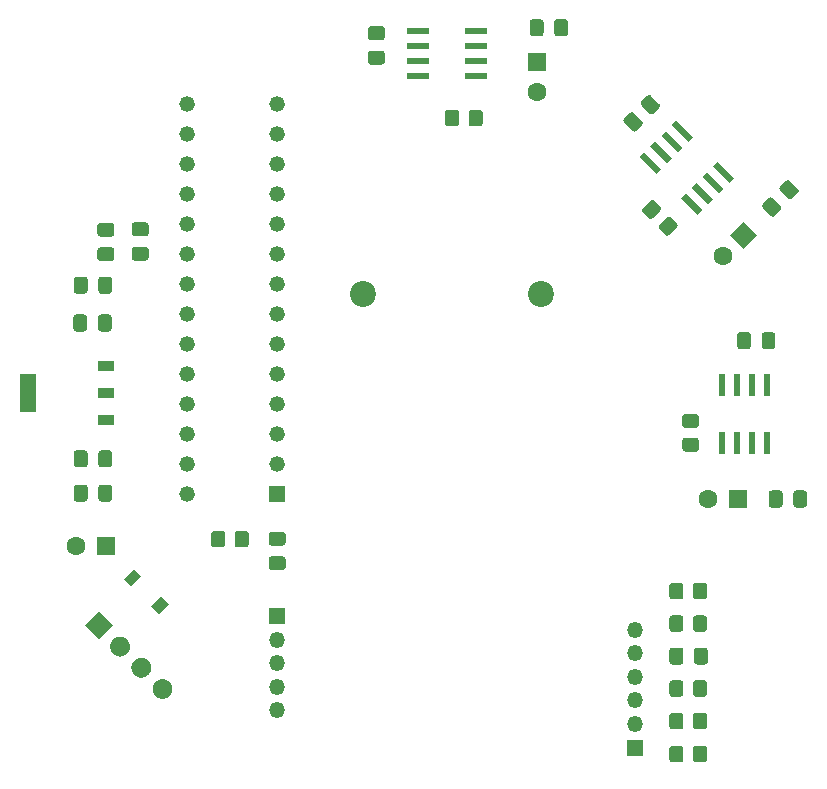
<source format=gbr>
G04 #@! TF.GenerationSoftware,KiCad,Pcbnew,(5.1.10)-1*
G04 #@! TF.CreationDate,2021-11-11T19:15:20-08:00*
G04 #@! TF.ProjectId,Pokeball,506f6b65-6261-46c6-9c2e-6b696361645f,rev?*
G04 #@! TF.SameCoordinates,Original*
G04 #@! TF.FileFunction,Soldermask,Top*
G04 #@! TF.FilePolarity,Negative*
%FSLAX46Y46*%
G04 Gerber Fmt 4.6, Leading zero omitted, Abs format (unit mm)*
G04 Created by KiCad (PCBNEW (5.1.10)-1) date 2021-11-11 19:15:20*
%MOMM*%
%LPD*%
G01*
G04 APERTURE LIST*
%ADD10O,1.350000X1.350000*%
%ADD11R,1.350000X1.350000*%
%ADD12C,2.200000*%
%ADD13C,0.100000*%
%ADD14R,0.558800X1.981200*%
%ADD15R,1.981200X0.558800*%
%ADD16R,1.473200X3.200400*%
%ADD17R,1.473200X0.914400*%
%ADD18C,1.320800*%
%ADD19R,1.320800X1.320800*%
%ADD20R,1.600000X1.600000*%
%ADD21C,1.600000*%
G04 APERTURE END LIST*
D10*
G04 #@! TO.C,J4*
X175500000Y-108450000D03*
X175500000Y-110450000D03*
X175500000Y-112450000D03*
X175500000Y-114450000D03*
X175500000Y-116450000D03*
D11*
X175500000Y-118450000D03*
G04 #@! TD*
D10*
G04 #@! TO.C,J3*
X145200000Y-115300000D03*
X145200000Y-113300000D03*
X145200000Y-111300000D03*
X145200000Y-109300000D03*
D11*
X145200000Y-107300000D03*
G04 #@! TD*
D12*
G04 #@! TO.C,H2*
X167500000Y-80000000D03*
G04 #@! TD*
G04 #@! TO.C,H1*
X152500000Y-80000000D03*
G04 #@! TD*
G04 #@! TO.C,J1*
G36*
G01*
X134887113Y-114089195D02*
X134887113Y-114089195D01*
G75*
G02*
X134887113Y-112887113I601041J601041D01*
G01*
X134887113Y-112887113D01*
G75*
G02*
X136089195Y-112887113I601041J-601041D01*
G01*
X136089195Y-112887113D01*
G75*
G02*
X136089195Y-114089195I-601041J-601041D01*
G01*
X136089195Y-114089195D01*
G75*
G02*
X134887113Y-114089195I-601041J601041D01*
G01*
G37*
G36*
G01*
X133091061Y-112293143D02*
X133091061Y-112293143D01*
G75*
G02*
X133091061Y-111091061I601041J601041D01*
G01*
X133091061Y-111091061D01*
G75*
G02*
X134293143Y-111091061I601041J-601041D01*
G01*
X134293143Y-111091061D01*
G75*
G02*
X134293143Y-112293143I-601041J-601041D01*
G01*
X134293143Y-112293143D01*
G75*
G02*
X133091061Y-112293143I-601041J601041D01*
G01*
G37*
G36*
G01*
X131295010Y-110497092D02*
X131295010Y-110497092D01*
G75*
G02*
X131295010Y-109295010I601041J601041D01*
G01*
X131295010Y-109295010D01*
G75*
G02*
X132497092Y-109295010I601041J-601041D01*
G01*
X132497092Y-109295010D01*
G75*
G02*
X132497092Y-110497092I-601041J-601041D01*
G01*
X132497092Y-110497092D01*
G75*
G02*
X131295010Y-110497092I-601041J601041D01*
G01*
G37*
D13*
G36*
X130100000Y-109302082D02*
G01*
X128897918Y-108100000D01*
X130100000Y-106897918D01*
X131302082Y-108100000D01*
X130100000Y-109302082D01*
G37*
G04 #@! TD*
D14*
G04 #@! TO.C,U5*
X186705000Y-87736200D03*
X185435000Y-87736200D03*
X184165000Y-87736200D03*
X182895000Y-87736200D03*
X182895000Y-92663800D03*
X184165000Y-92663800D03*
X185435000Y-92663800D03*
X186705000Y-92663800D03*
G04 #@! TD*
D15*
G04 #@! TO.C,U4*
X162012560Y-57796140D03*
X162012560Y-59066140D03*
X162012560Y-60336140D03*
X162012560Y-61606140D03*
X157084960Y-61606140D03*
X157084960Y-60336140D03*
X157084960Y-59066140D03*
X157084960Y-57796140D03*
G04 #@! TD*
D13*
G04 #@! TO.C,U3*
G36*
X182075851Y-69229788D02*
G01*
X182470983Y-68834656D01*
X183871903Y-70235576D01*
X183476771Y-70630708D01*
X182075851Y-69229788D01*
G37*
G36*
X181177825Y-70127814D02*
G01*
X181572957Y-69732682D01*
X182973877Y-71133602D01*
X182578745Y-71528734D01*
X181177825Y-70127814D01*
G37*
G36*
X180279800Y-71025839D02*
G01*
X180674932Y-70630707D01*
X182075852Y-72031627D01*
X181680720Y-72426759D01*
X180279800Y-71025839D01*
G37*
G36*
X179381774Y-71923865D02*
G01*
X179776906Y-71528733D01*
X181177826Y-72929653D01*
X180782694Y-73324785D01*
X179381774Y-71923865D01*
G37*
G36*
X175897435Y-68439526D02*
G01*
X176292567Y-68044394D01*
X177693487Y-69445314D01*
X177298355Y-69840446D01*
X175897435Y-68439526D01*
G37*
G36*
X176795461Y-67541500D02*
G01*
X177190593Y-67146368D01*
X178591513Y-68547288D01*
X178196381Y-68942420D01*
X176795461Y-67541500D01*
G37*
G36*
X177693486Y-66643475D02*
G01*
X178088618Y-66248343D01*
X179489538Y-67649263D01*
X179094406Y-68044395D01*
X177693486Y-66643475D01*
G37*
G36*
X178591512Y-65745449D02*
G01*
X178986644Y-65350317D01*
X180387564Y-66751237D01*
X179992432Y-67146369D01*
X178591512Y-65745449D01*
G37*
G04 #@! TD*
D16*
G04 #@! TO.C,U2*
X124136100Y-88400000D03*
D17*
X130663900Y-86100000D03*
X130663900Y-88400000D03*
X130663900Y-90700000D03*
G04 #@! TD*
D18*
G04 #@! TO.C,U1*
X137580000Y-97000000D03*
X137580000Y-94460000D03*
X137580000Y-91920000D03*
X137580000Y-89380000D03*
X137580000Y-86840000D03*
X137580000Y-84300000D03*
X137580000Y-81760000D03*
X137580000Y-79220000D03*
X137580000Y-76680000D03*
X137580000Y-74140000D03*
X137580000Y-71600000D03*
X137580000Y-69060000D03*
X137580000Y-66520000D03*
X137580000Y-63980000D03*
X145200000Y-63980000D03*
X145200000Y-66520000D03*
X145200000Y-69060000D03*
X145200000Y-71600000D03*
X145200000Y-74140000D03*
X145200000Y-76680000D03*
X145200000Y-79220000D03*
X145200000Y-81760000D03*
X145200000Y-84300000D03*
X145200000Y-86840000D03*
X145200000Y-89380000D03*
X145200000Y-91920000D03*
X145200000Y-94460000D03*
D19*
X145200000Y-97000000D03*
G04 #@! TD*
G04 #@! TO.C,R9*
G36*
G01*
X180400000Y-113900001D02*
X180400000Y-112999999D01*
G75*
G02*
X180649999Y-112750000I249999J0D01*
G01*
X181350001Y-112750000D01*
G75*
G02*
X181600000Y-112999999I0J-249999D01*
G01*
X181600000Y-113900001D01*
G75*
G02*
X181350001Y-114150000I-249999J0D01*
G01*
X180649999Y-114150000D01*
G75*
G02*
X180400000Y-113900001I0J249999D01*
G01*
G37*
G36*
G01*
X178400000Y-113900001D02*
X178400000Y-112999999D01*
G75*
G02*
X178649999Y-112750000I249999J0D01*
G01*
X179350001Y-112750000D01*
G75*
G02*
X179600000Y-112999999I0J-249999D01*
G01*
X179600000Y-113900001D01*
G75*
G02*
X179350001Y-114150000I-249999J0D01*
G01*
X178649999Y-114150000D01*
G75*
G02*
X178400000Y-113900001I0J249999D01*
G01*
G37*
G04 #@! TD*
G04 #@! TO.C,R8*
G36*
G01*
X180400000Y-119450001D02*
X180400000Y-118549999D01*
G75*
G02*
X180649999Y-118300000I249999J0D01*
G01*
X181350001Y-118300000D01*
G75*
G02*
X181600000Y-118549999I0J-249999D01*
G01*
X181600000Y-119450001D01*
G75*
G02*
X181350001Y-119700000I-249999J0D01*
G01*
X180649999Y-119700000D01*
G75*
G02*
X180400000Y-119450001I0J249999D01*
G01*
G37*
G36*
G01*
X178400000Y-119450001D02*
X178400000Y-118549999D01*
G75*
G02*
X178649999Y-118300000I249999J0D01*
G01*
X179350001Y-118300000D01*
G75*
G02*
X179600000Y-118549999I0J-249999D01*
G01*
X179600000Y-119450001D01*
G75*
G02*
X179350001Y-119700000I-249999J0D01*
G01*
X178649999Y-119700000D01*
G75*
G02*
X178400000Y-119450001I0J249999D01*
G01*
G37*
G04 #@! TD*
G04 #@! TO.C,R7*
G36*
G01*
X180400000Y-116650001D02*
X180400000Y-115749999D01*
G75*
G02*
X180649999Y-115500000I249999J0D01*
G01*
X181350001Y-115500000D01*
G75*
G02*
X181600000Y-115749999I0J-249999D01*
G01*
X181600000Y-116650001D01*
G75*
G02*
X181350001Y-116900000I-249999J0D01*
G01*
X180649999Y-116900000D01*
G75*
G02*
X180400000Y-116650001I0J249999D01*
G01*
G37*
G36*
G01*
X178400000Y-116650001D02*
X178400000Y-115749999D01*
G75*
G02*
X178649999Y-115500000I249999J0D01*
G01*
X179350001Y-115500000D01*
G75*
G02*
X179600000Y-115749999I0J-249999D01*
G01*
X179600000Y-116650001D01*
G75*
G02*
X179350001Y-116900000I-249999J0D01*
G01*
X178649999Y-116900000D01*
G75*
G02*
X178400000Y-116650001I0J249999D01*
G01*
G37*
G04 #@! TD*
G04 #@! TO.C,R6*
G36*
G01*
X180400000Y-105650001D02*
X180400000Y-104749999D01*
G75*
G02*
X180649999Y-104500000I249999J0D01*
G01*
X181350001Y-104500000D01*
G75*
G02*
X181600000Y-104749999I0J-249999D01*
G01*
X181600000Y-105650001D01*
G75*
G02*
X181350001Y-105900000I-249999J0D01*
G01*
X180649999Y-105900000D01*
G75*
G02*
X180400000Y-105650001I0J249999D01*
G01*
G37*
G36*
G01*
X178400000Y-105650001D02*
X178400000Y-104749999D01*
G75*
G02*
X178649999Y-104500000I249999J0D01*
G01*
X179350001Y-104500000D01*
G75*
G02*
X179600000Y-104749999I0J-249999D01*
G01*
X179600000Y-105650001D01*
G75*
G02*
X179350001Y-105900000I-249999J0D01*
G01*
X178649999Y-105900000D01*
G75*
G02*
X178400000Y-105650001I0J249999D01*
G01*
G37*
G04 #@! TD*
G04 #@! TO.C,R5*
G36*
G01*
X180400000Y-108400001D02*
X180400000Y-107499999D01*
G75*
G02*
X180649999Y-107250000I249999J0D01*
G01*
X181350001Y-107250000D01*
G75*
G02*
X181600000Y-107499999I0J-249999D01*
G01*
X181600000Y-108400001D01*
G75*
G02*
X181350001Y-108650000I-249999J0D01*
G01*
X180649999Y-108650000D01*
G75*
G02*
X180400000Y-108400001I0J249999D01*
G01*
G37*
G36*
G01*
X178400000Y-108400001D02*
X178400000Y-107499999D01*
G75*
G02*
X178649999Y-107250000I249999J0D01*
G01*
X179350001Y-107250000D01*
G75*
G02*
X179600000Y-107499999I0J-249999D01*
G01*
X179600000Y-108400001D01*
G75*
G02*
X179350001Y-108650000I-249999J0D01*
G01*
X178649999Y-108650000D01*
G75*
G02*
X178400000Y-108400001I0J249999D01*
G01*
G37*
G04 #@! TD*
G04 #@! TO.C,R4*
G36*
G01*
X180650001Y-93400000D02*
X179749999Y-93400000D01*
G75*
G02*
X179500000Y-93150001I0J249999D01*
G01*
X179500000Y-92449999D01*
G75*
G02*
X179749999Y-92200000I249999J0D01*
G01*
X180650001Y-92200000D01*
G75*
G02*
X180900000Y-92449999I0J-249999D01*
G01*
X180900000Y-93150001D01*
G75*
G02*
X180650001Y-93400000I-249999J0D01*
G01*
G37*
G36*
G01*
X180650001Y-91400000D02*
X179749999Y-91400000D01*
G75*
G02*
X179500000Y-91150001I0J249999D01*
G01*
X179500000Y-90449999D01*
G75*
G02*
X179749999Y-90200000I249999J0D01*
G01*
X180650001Y-90200000D01*
G75*
G02*
X180900000Y-90449999I0J-249999D01*
G01*
X180900000Y-91150001D01*
G75*
G02*
X180650001Y-91400000I-249999J0D01*
G01*
G37*
G04 #@! TD*
G04 #@! TO.C,R3*
G36*
G01*
X160600000Y-64701139D02*
X160600000Y-65601141D01*
G75*
G02*
X160350001Y-65851140I-249999J0D01*
G01*
X159649999Y-65851140D01*
G75*
G02*
X159400000Y-65601141I0J249999D01*
G01*
X159400000Y-64701139D01*
G75*
G02*
X159649999Y-64451140I249999J0D01*
G01*
X160350001Y-64451140D01*
G75*
G02*
X160600000Y-64701139I0J-249999D01*
G01*
G37*
G36*
G01*
X162600000Y-64701139D02*
X162600000Y-65601141D01*
G75*
G02*
X162350001Y-65851140I-249999J0D01*
G01*
X161649999Y-65851140D01*
G75*
G02*
X161400000Y-65601141I0J249999D01*
G01*
X161400000Y-64701139D01*
G75*
G02*
X161649999Y-64451140I249999J0D01*
G01*
X162350001Y-64451140D01*
G75*
G02*
X162600000Y-64701139I0J-249999D01*
G01*
G37*
G04 #@! TD*
G04 #@! TO.C,R2*
G36*
G01*
X177635356Y-72998958D02*
X176998958Y-73635356D01*
G75*
G02*
X176645406Y-73635356I-176776J176776D01*
G01*
X176150430Y-73140380D01*
G75*
G02*
X176150430Y-72786828I176776J176776D01*
G01*
X176786828Y-72150430D01*
G75*
G02*
X177140380Y-72150430I176776J-176776D01*
G01*
X177635356Y-72645406D01*
G75*
G02*
X177635356Y-72998958I-176776J-176776D01*
G01*
G37*
G36*
G01*
X179049570Y-74413172D02*
X178413172Y-75049570D01*
G75*
G02*
X178059620Y-75049570I-176776J176776D01*
G01*
X177564644Y-74554594D01*
G75*
G02*
X177564644Y-74201042I176776J176776D01*
G01*
X178201042Y-73564644D01*
G75*
G02*
X178554594Y-73564644I176776J-176776D01*
G01*
X179049570Y-74059620D01*
G75*
G02*
X179049570Y-74413172I-176776J-176776D01*
G01*
G37*
G04 #@! TD*
G04 #@! TO.C,R1*
G36*
G01*
X140800000Y-100349999D02*
X140800000Y-101250001D01*
G75*
G02*
X140550001Y-101500000I-249999J0D01*
G01*
X139849999Y-101500000D01*
G75*
G02*
X139600000Y-101250001I0J249999D01*
G01*
X139600000Y-100349999D01*
G75*
G02*
X139849999Y-100100000I249999J0D01*
G01*
X140550001Y-100100000D01*
G75*
G02*
X140800000Y-100349999I0J-249999D01*
G01*
G37*
G36*
G01*
X142800000Y-100349999D02*
X142800000Y-101250001D01*
G75*
G02*
X142550001Y-101500000I-249999J0D01*
G01*
X141849999Y-101500000D01*
G75*
G02*
X141600000Y-101250001I0J249999D01*
G01*
X141600000Y-100349999D01*
G75*
G02*
X141849999Y-100100000I249999J0D01*
G01*
X142550001Y-100100000D01*
G75*
G02*
X142800000Y-100349999I0J-249999D01*
G01*
G37*
G04 #@! TD*
D13*
G04 #@! TO.C,D1*
G36*
X134524264Y-106472792D02*
G01*
X135372792Y-105624264D01*
X136009188Y-106260660D01*
X135160660Y-107109188D01*
X134524264Y-106472792D01*
G37*
G36*
X132190812Y-104139340D02*
G01*
X133039340Y-103290812D01*
X133675736Y-103927208D01*
X132827208Y-104775736D01*
X132190812Y-104139340D01*
G37*
G04 #@! TD*
G04 #@! TO.C,C18*
G36*
G01*
X178412500Y-111175000D02*
X178412500Y-110225000D01*
G75*
G02*
X178662500Y-109975000I250000J0D01*
G01*
X179337500Y-109975000D01*
G75*
G02*
X179587500Y-110225000I0J-250000D01*
G01*
X179587500Y-111175000D01*
G75*
G02*
X179337500Y-111425000I-250000J0D01*
G01*
X178662500Y-111425000D01*
G75*
G02*
X178412500Y-111175000I0J250000D01*
G01*
G37*
G36*
G01*
X180487500Y-111175000D02*
X180487500Y-110225000D01*
G75*
G02*
X180737500Y-109975000I250000J0D01*
G01*
X181412500Y-109975000D01*
G75*
G02*
X181662500Y-110225000I0J-250000D01*
G01*
X181662500Y-111175000D01*
G75*
G02*
X181412500Y-111425000I-250000J0D01*
G01*
X180737500Y-111425000D01*
G75*
G02*
X180487500Y-111175000I0J250000D01*
G01*
G37*
G04 #@! TD*
D20*
G04 #@! TO.C,C17*
X184200000Y-97400000D03*
D21*
X181700000Y-97400000D03*
G04 #@! TD*
G04 #@! TO.C,C16*
X167200000Y-62900000D03*
D20*
X167200000Y-60400000D03*
G04 #@! TD*
D21*
G04 #@! TO.C,C15*
X182925228Y-76832882D03*
D13*
G36*
X184692995Y-73933744D02*
G01*
X185824366Y-75065115D01*
X184692995Y-76196486D01*
X183561624Y-75065115D01*
X184692995Y-73933744D01*
G37*
G04 #@! TD*
G04 #@! TO.C,C14*
G36*
G01*
X190062500Y-96925000D02*
X190062500Y-97875000D01*
G75*
G02*
X189812500Y-98125000I-250000J0D01*
G01*
X189137500Y-98125000D01*
G75*
G02*
X188887500Y-97875000I0J250000D01*
G01*
X188887500Y-96925000D01*
G75*
G02*
X189137500Y-96675000I250000J0D01*
G01*
X189812500Y-96675000D01*
G75*
G02*
X190062500Y-96925000I0J-250000D01*
G01*
G37*
G36*
G01*
X187987500Y-96925000D02*
X187987500Y-97875000D01*
G75*
G02*
X187737500Y-98125000I-250000J0D01*
G01*
X187062500Y-98125000D01*
G75*
G02*
X186812500Y-97875000I0J250000D01*
G01*
X186812500Y-96925000D01*
G75*
G02*
X187062500Y-96675000I250000J0D01*
G01*
X187737500Y-96675000D01*
G75*
G02*
X187987500Y-96925000I0J-250000D01*
G01*
G37*
G04 #@! TD*
G04 #@! TO.C,C13*
G36*
G01*
X167750000Y-57025000D02*
X167750000Y-57975000D01*
G75*
G02*
X167500000Y-58225000I-250000J0D01*
G01*
X166825000Y-58225000D01*
G75*
G02*
X166575000Y-57975000I0J250000D01*
G01*
X166575000Y-57025000D01*
G75*
G02*
X166825000Y-56775000I250000J0D01*
G01*
X167500000Y-56775000D01*
G75*
G02*
X167750000Y-57025000I0J-250000D01*
G01*
G37*
G36*
G01*
X169825000Y-57025000D02*
X169825000Y-57975000D01*
G75*
G02*
X169575000Y-58225000I-250000J0D01*
G01*
X168900000Y-58225000D01*
G75*
G02*
X168650000Y-57975000I0J250000D01*
G01*
X168650000Y-57025000D01*
G75*
G02*
X168900000Y-56775000I250000J0D01*
G01*
X169575000Y-56775000D01*
G75*
G02*
X169825000Y-57025000I0J-250000D01*
G01*
G37*
G04 #@! TD*
G04 #@! TO.C,C12*
G36*
G01*
X187150192Y-71936168D02*
X187821943Y-72607919D01*
G75*
G02*
X187821943Y-72961473I-176777J-176777D01*
G01*
X187344646Y-73438770D01*
G75*
G02*
X186991092Y-73438770I-176777J176777D01*
G01*
X186319341Y-72767019D01*
G75*
G02*
X186319341Y-72413465I176777J176777D01*
G01*
X186796638Y-71936168D01*
G75*
G02*
X187150192Y-71936168I176777J-176777D01*
G01*
G37*
G36*
G01*
X188617438Y-70468922D02*
X189289189Y-71140673D01*
G75*
G02*
X189289189Y-71494227I-176777J-176777D01*
G01*
X188811892Y-71971524D01*
G75*
G02*
X188458338Y-71971524I-176777J176777D01*
G01*
X187786587Y-71299773D01*
G75*
G02*
X187786587Y-70946219I176777J176777D01*
G01*
X188263884Y-70468922D01*
G75*
G02*
X188617438Y-70468922I176777J-176777D01*
G01*
G37*
G04 #@! TD*
G04 #@! TO.C,C11*
G36*
G01*
X130050000Y-79775000D02*
X130050000Y-78825000D01*
G75*
G02*
X130300000Y-78575000I250000J0D01*
G01*
X130975000Y-78575000D01*
G75*
G02*
X131225000Y-78825000I0J-250000D01*
G01*
X131225000Y-79775000D01*
G75*
G02*
X130975000Y-80025000I-250000J0D01*
G01*
X130300000Y-80025000D01*
G75*
G02*
X130050000Y-79775000I0J250000D01*
G01*
G37*
G36*
G01*
X127975000Y-79775000D02*
X127975000Y-78825000D01*
G75*
G02*
X128225000Y-78575000I250000J0D01*
G01*
X128900000Y-78575000D01*
G75*
G02*
X129150000Y-78825000I0J-250000D01*
G01*
X129150000Y-79775000D01*
G75*
G02*
X128900000Y-80025000I-250000J0D01*
G01*
X128225000Y-80025000D01*
G75*
G02*
X127975000Y-79775000I0J250000D01*
G01*
G37*
G04 #@! TD*
G04 #@! TO.C,C10*
G36*
G01*
X130012500Y-82975000D02*
X130012500Y-82025000D01*
G75*
G02*
X130262500Y-81775000I250000J0D01*
G01*
X130937500Y-81775000D01*
G75*
G02*
X131187500Y-82025000I0J-250000D01*
G01*
X131187500Y-82975000D01*
G75*
G02*
X130937500Y-83225000I-250000J0D01*
G01*
X130262500Y-83225000D01*
G75*
G02*
X130012500Y-82975000I0J250000D01*
G01*
G37*
G36*
G01*
X127937500Y-82975000D02*
X127937500Y-82025000D01*
G75*
G02*
X128187500Y-81775000I250000J0D01*
G01*
X128862500Y-81775000D01*
G75*
G02*
X129112500Y-82025000I0J-250000D01*
G01*
X129112500Y-82975000D01*
G75*
G02*
X128862500Y-83225000I-250000J0D01*
G01*
X128187500Y-83225000D01*
G75*
G02*
X127937500Y-82975000I0J250000D01*
G01*
G37*
G04 #@! TD*
G04 #@! TO.C,C9*
G36*
G01*
X187387500Y-83525000D02*
X187387500Y-84475000D01*
G75*
G02*
X187137500Y-84725000I-250000J0D01*
G01*
X186462500Y-84725000D01*
G75*
G02*
X186212500Y-84475000I0J250000D01*
G01*
X186212500Y-83525000D01*
G75*
G02*
X186462500Y-83275000I250000J0D01*
G01*
X187137500Y-83275000D01*
G75*
G02*
X187387500Y-83525000I0J-250000D01*
G01*
G37*
G36*
G01*
X185312500Y-83525000D02*
X185312500Y-84475000D01*
G75*
G02*
X185062500Y-84725000I-250000J0D01*
G01*
X184387500Y-84725000D01*
G75*
G02*
X184137500Y-84475000I0J250000D01*
G01*
X184137500Y-83525000D01*
G75*
G02*
X184387500Y-83275000I250000J0D01*
G01*
X185062500Y-83275000D01*
G75*
G02*
X185312500Y-83525000I0J-250000D01*
G01*
G37*
G04 #@! TD*
G04 #@! TO.C,C8*
G36*
G01*
X153125000Y-59450000D02*
X154075000Y-59450000D01*
G75*
G02*
X154325000Y-59700000I0J-250000D01*
G01*
X154325000Y-60375000D01*
G75*
G02*
X154075000Y-60625000I-250000J0D01*
G01*
X153125000Y-60625000D01*
G75*
G02*
X152875000Y-60375000I0J250000D01*
G01*
X152875000Y-59700000D01*
G75*
G02*
X153125000Y-59450000I250000J0D01*
G01*
G37*
G36*
G01*
X153125000Y-57375000D02*
X154075000Y-57375000D01*
G75*
G02*
X154325000Y-57625000I0J-250000D01*
G01*
X154325000Y-58300000D01*
G75*
G02*
X154075000Y-58550000I-250000J0D01*
G01*
X153125000Y-58550000D01*
G75*
G02*
X152875000Y-58300000I0J250000D01*
G01*
X152875000Y-57625000D01*
G75*
G02*
X153125000Y-57375000I250000J0D01*
G01*
G37*
G04 #@! TD*
G04 #@! TO.C,C7*
G36*
G01*
X175412220Y-64723678D02*
X176083971Y-65395429D01*
G75*
G02*
X176083971Y-65748983I-176777J-176777D01*
G01*
X175606674Y-66226280D01*
G75*
G02*
X175253120Y-66226280I-176777J176777D01*
G01*
X174581369Y-65554529D01*
G75*
G02*
X174581369Y-65200975I176777J176777D01*
G01*
X175058666Y-64723678D01*
G75*
G02*
X175412220Y-64723678I176777J-176777D01*
G01*
G37*
G36*
G01*
X176879466Y-63256432D02*
X177551217Y-63928183D01*
G75*
G02*
X177551217Y-64281737I-176777J-176777D01*
G01*
X177073920Y-64759034D01*
G75*
G02*
X176720366Y-64759034I-176777J176777D01*
G01*
X176048615Y-64087283D01*
G75*
G02*
X176048615Y-63733729I176777J176777D01*
G01*
X176525912Y-63256432D01*
G75*
G02*
X176879466Y-63256432I176777J-176777D01*
G01*
G37*
G04 #@! TD*
G04 #@! TO.C,C6*
G36*
G01*
X130050000Y-97375000D02*
X130050000Y-96425000D01*
G75*
G02*
X130300000Y-96175000I250000J0D01*
G01*
X130975000Y-96175000D01*
G75*
G02*
X131225000Y-96425000I0J-250000D01*
G01*
X131225000Y-97375000D01*
G75*
G02*
X130975000Y-97625000I-250000J0D01*
G01*
X130300000Y-97625000D01*
G75*
G02*
X130050000Y-97375000I0J250000D01*
G01*
G37*
G36*
G01*
X127975000Y-97375000D02*
X127975000Y-96425000D01*
G75*
G02*
X128225000Y-96175000I250000J0D01*
G01*
X128900000Y-96175000D01*
G75*
G02*
X129150000Y-96425000I0J-250000D01*
G01*
X129150000Y-97375000D01*
G75*
G02*
X128900000Y-97625000I-250000J0D01*
G01*
X128225000Y-97625000D01*
G75*
G02*
X127975000Y-97375000I0J250000D01*
G01*
G37*
G04 #@! TD*
G04 #@! TO.C,C5*
G36*
G01*
X130050000Y-94475000D02*
X130050000Y-93525000D01*
G75*
G02*
X130300000Y-93275000I250000J0D01*
G01*
X130975000Y-93275000D01*
G75*
G02*
X131225000Y-93525000I0J-250000D01*
G01*
X131225000Y-94475000D01*
G75*
G02*
X130975000Y-94725000I-250000J0D01*
G01*
X130300000Y-94725000D01*
G75*
G02*
X130050000Y-94475000I0J250000D01*
G01*
G37*
G36*
G01*
X127975000Y-94475000D02*
X127975000Y-93525000D01*
G75*
G02*
X128225000Y-93275000I250000J0D01*
G01*
X128900000Y-93275000D01*
G75*
G02*
X129150000Y-93525000I0J-250000D01*
G01*
X129150000Y-94475000D01*
G75*
G02*
X128900000Y-94725000I-250000J0D01*
G01*
X128225000Y-94725000D01*
G75*
G02*
X127975000Y-94475000I0J250000D01*
G01*
G37*
G04 #@! TD*
D21*
G04 #@! TO.C,C4*
X128200000Y-101400000D03*
D20*
X130700000Y-101400000D03*
G04 #@! TD*
G04 #@! TO.C,C3*
G36*
G01*
X133125000Y-76050000D02*
X134075000Y-76050000D01*
G75*
G02*
X134325000Y-76300000I0J-250000D01*
G01*
X134325000Y-76975000D01*
G75*
G02*
X134075000Y-77225000I-250000J0D01*
G01*
X133125000Y-77225000D01*
G75*
G02*
X132875000Y-76975000I0J250000D01*
G01*
X132875000Y-76300000D01*
G75*
G02*
X133125000Y-76050000I250000J0D01*
G01*
G37*
G36*
G01*
X133125000Y-73975000D02*
X134075000Y-73975000D01*
G75*
G02*
X134325000Y-74225000I0J-250000D01*
G01*
X134325000Y-74900000D01*
G75*
G02*
X134075000Y-75150000I-250000J0D01*
G01*
X133125000Y-75150000D01*
G75*
G02*
X132875000Y-74900000I0J250000D01*
G01*
X132875000Y-74225000D01*
G75*
G02*
X133125000Y-73975000I250000J0D01*
G01*
G37*
G04 #@! TD*
G04 #@! TO.C,C2*
G36*
G01*
X130225000Y-76087500D02*
X131175000Y-76087500D01*
G75*
G02*
X131425000Y-76337500I0J-250000D01*
G01*
X131425000Y-77012500D01*
G75*
G02*
X131175000Y-77262500I-250000J0D01*
G01*
X130225000Y-77262500D01*
G75*
G02*
X129975000Y-77012500I0J250000D01*
G01*
X129975000Y-76337500D01*
G75*
G02*
X130225000Y-76087500I250000J0D01*
G01*
G37*
G36*
G01*
X130225000Y-74012500D02*
X131175000Y-74012500D01*
G75*
G02*
X131425000Y-74262500I0J-250000D01*
G01*
X131425000Y-74937500D01*
G75*
G02*
X131175000Y-75187500I-250000J0D01*
G01*
X130225000Y-75187500D01*
G75*
G02*
X129975000Y-74937500I0J250000D01*
G01*
X129975000Y-74262500D01*
G75*
G02*
X130225000Y-74012500I250000J0D01*
G01*
G37*
G04 #@! TD*
G04 #@! TO.C,C1*
G36*
G01*
X145675000Y-101350000D02*
X144725000Y-101350000D01*
G75*
G02*
X144475000Y-101100000I0J250000D01*
G01*
X144475000Y-100425000D01*
G75*
G02*
X144725000Y-100175000I250000J0D01*
G01*
X145675000Y-100175000D01*
G75*
G02*
X145925000Y-100425000I0J-250000D01*
G01*
X145925000Y-101100000D01*
G75*
G02*
X145675000Y-101350000I-250000J0D01*
G01*
G37*
G36*
G01*
X145675000Y-103425000D02*
X144725000Y-103425000D01*
G75*
G02*
X144475000Y-103175000I0J250000D01*
G01*
X144475000Y-102500000D01*
G75*
G02*
X144725000Y-102250000I250000J0D01*
G01*
X145675000Y-102250000D01*
G75*
G02*
X145925000Y-102500000I0J-250000D01*
G01*
X145925000Y-103175000D01*
G75*
G02*
X145675000Y-103425000I-250000J0D01*
G01*
G37*
G04 #@! TD*
M02*

</source>
